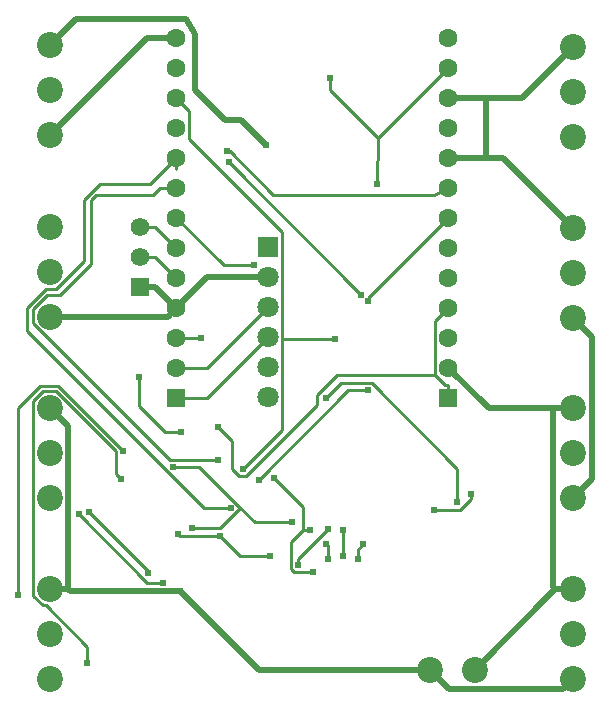
<source format=gbl>
G04 Layer: BottomLayer*
G04 EasyEDA v6.5.38, 2023-11-28 08:19:45*
G04 5b7e501a1e2443daa6a4fc3441366d2c,52c161dc85b4440087471843f8ea1cfe,10*
G04 Gerber Generator version 0.2*
G04 Scale: 100 percent, Rotated: No, Reflected: No *
G04 Dimensions in millimeters *
G04 leading zeros omitted , absolute positions ,4 integer and 5 decimal *
%FSLAX45Y45*%
%MOMM*%

%AMMACRO1*21,1,$1,$2,0,0,$3*%
%ADD10C,0.5000*%
%ADD11C,0.2540*%
%ADD12MACRO1,1.6X1.6X90.0000*%
%ADD13C,1.6000*%
%ADD14C,1.5748*%
%ADD15R,1.5748X1.5748*%
%ADD16C,2.2000*%
%ADD17C,1.8000*%
%ADD18R,1.8000X1.8000*%
%ADD19C,0.6100*%
%ADD20C,0.6200*%
%ADD21C,0.0183*%

%LPD*%
D10*
X8331733Y9109326D02*
G01*
X8996070Y8444989D01*
X10444479Y8444989D01*
X7380376Y9125988D02*
G01*
X7397038Y9109326D01*
X8331733Y9109326D01*
X7229983Y9125988D02*
G01*
X7380376Y9125988D01*
X7229983Y10660987D02*
G01*
X7380376Y10510593D01*
X7380376Y9125988D01*
X11654967Y8363988D02*
G01*
X11571731Y8280753D01*
X10608716Y8280753D01*
X10444479Y8444989D01*
X11654993Y11423977D02*
G01*
X11815648Y11263322D01*
X11815648Y10054663D01*
X11654967Y9893983D01*
D11*
X9094038Y9406430D02*
G01*
X8840215Y9406430D01*
X8668156Y9578489D01*
X8311565Y9593323D02*
G01*
X8326399Y9578489D01*
X8668156Y9578489D01*
X10679049Y9862233D02*
G01*
X10679049Y10145417D01*
X9955834Y10868632D01*
X9694367Y10868632D01*
X9568205Y10742470D01*
X8842120Y9810595D02*
G01*
X8493455Y10159260D01*
X8268131Y10159260D01*
X9278264Y9690529D02*
G01*
X8962186Y9690529D01*
X8842120Y9810595D01*
X8842120Y9810595D02*
G01*
X8672525Y9640999D01*
X8432418Y9640999D01*
X9193072Y11240411D02*
G01*
X9193072Y10475541D01*
X8861933Y10144401D01*
X9644405Y11240411D02*
G01*
X9193072Y11240411D01*
X8299983Y13285975D02*
G01*
X8408060Y13177898D01*
X8408060Y12933093D01*
X9193072Y12148080D01*
X9193072Y11240411D01*
X8299983Y12269975D02*
G01*
X8700668Y11869290D01*
X8956903Y11869290D01*
X9922052Y11568681D02*
G01*
X9922052Y11592049D01*
X10599978Y12269975D01*
X9922052Y10810034D02*
G01*
X9755174Y10810034D01*
X8997492Y10052352D01*
X9372930Y9628959D02*
G01*
X9372930Y9822025D01*
X9124492Y10070462D01*
X9453499Y9269803D02*
G01*
X9297212Y9269803D01*
X9267875Y9299140D01*
X9267875Y9523905D01*
X9372930Y9628959D01*
X9429343Y9628959D02*
G01*
X9372930Y9628959D01*
X8742425Y12741043D02*
G01*
X9863480Y11619989D01*
X10490555Y10936348D02*
G01*
X9658959Y10936348D01*
X9491345Y10768733D01*
X9491345Y10684329D01*
X8887840Y10080825D01*
X8833180Y10080825D01*
X8770569Y10143436D01*
X8770569Y10381028D01*
X8649487Y10502110D01*
X10490555Y10936348D02*
G01*
X10573004Y10853900D01*
X10599978Y10853900D01*
X10599978Y11507975D02*
G01*
X10490555Y11398552D01*
X10490555Y10936348D01*
X10599978Y10745975D02*
G01*
X10599978Y10853900D01*
D10*
X11491544Y10655983D02*
G01*
X10943970Y10655983D01*
X10599978Y10999975D01*
X11654967Y10655983D02*
G01*
X11491544Y10655983D01*
X11491544Y10655983D02*
G01*
X11491544Y9140924D01*
X11506479Y9125988D01*
X11506479Y9125988D02*
G01*
X11654967Y9125988D01*
X10825479Y8444989D02*
G01*
X11506479Y9125988D01*
X10922101Y13285975D02*
G01*
X10599978Y13285975D01*
X11654967Y13715972D02*
G01*
X11224971Y13285975D01*
X10922101Y13285975D01*
X10922101Y12777975D02*
G01*
X10599978Y12777975D01*
X11654993Y12185977D02*
G01*
X11062995Y12777975D01*
X10922101Y12777975D01*
X9074988Y11765988D02*
G01*
X8557996Y11765988D01*
X8299983Y11507975D01*
D11*
X8299983Y11253975D02*
G01*
X8512581Y11253975D01*
X9880701Y9504042D02*
G01*
X9834499Y9457839D01*
X9834499Y9384027D01*
X9584512Y9637265D02*
G01*
X9326499Y9379252D01*
X9326499Y9333659D01*
X8188096Y9180192D02*
G01*
X8054949Y9180192D01*
X7475042Y9760099D01*
X6959981Y9078998D02*
G01*
X6959981Y10662561D01*
X7146340Y10848921D01*
X7295057Y10848921D01*
X7848752Y10295227D01*
X7544561Y8501148D02*
G01*
X7544561Y8638283D01*
X7194956Y8987889D01*
X7170064Y8987889D01*
X7090130Y9067822D01*
X7090130Y10721413D01*
X7170115Y10801398D01*
X7284897Y10801398D01*
X7789722Y10296573D01*
X7789722Y10103533D01*
X7832496Y10060759D01*
X9074988Y11257988D02*
G01*
X8562975Y10745975D01*
X8299983Y10745975D01*
X9074988Y11511988D02*
G01*
X8562975Y10999975D01*
X8299983Y10999975D01*
X9569704Y9510189D02*
G01*
X9580499Y9499394D01*
X9580499Y9382249D01*
X7563713Y9777981D02*
G01*
X8060639Y9281055D01*
X8060639Y9259567D01*
X9709988Y9628273D02*
G01*
X9709988Y9409122D01*
X9707499Y9406633D01*
X10791393Y9927562D02*
G01*
X10791393Y9886160D01*
X10702467Y9797234D01*
X10483722Y9797234D01*
D10*
X10922101Y13285975D02*
G01*
X10922101Y12777975D01*
D11*
X10599986Y13539972D02*
G01*
X10004981Y12944972D01*
X10002525Y12557582D01*
X10599927Y12523978D02*
G01*
X10484980Y12464973D01*
X9119870Y12465050D01*
X8749791Y12834874D01*
X8725915Y12834874D01*
X9599980Y13450874D02*
G01*
X9599980Y13349973D01*
X10004981Y12944972D01*
D10*
X7229983Y12968983D02*
G01*
X8054975Y13793975D01*
X8299983Y13793975D01*
X7230107Y13731242D02*
G01*
X7448798Y13949934D01*
X8384989Y13949969D01*
X8457184Y13822679D01*
X8457184Y13352779D01*
X8714991Y13094970D01*
X8849969Y13094970D01*
X9059976Y12884962D01*
D11*
X8299983Y12777975D02*
G01*
X8299983Y12685214D01*
X8655735Y10221059D02*
G01*
X8243900Y10221059D01*
X7086371Y11378587D01*
X7086371Y11496926D01*
X7207890Y11618445D01*
X7313455Y11618445D01*
X7574986Y11879976D01*
X7574986Y12419975D01*
X7619984Y12464973D01*
X8099983Y12464973D01*
X8158988Y12523978D01*
X8299983Y12523978D01*
X8758250Y9810315D02*
G01*
X8534247Y9810315D01*
X7033691Y11310871D01*
X7033691Y11506934D01*
X7192035Y11665277D01*
X7280046Y11665277D01*
X7514986Y11900217D01*
X7514986Y12419977D01*
X7649984Y12554976D01*
X8076981Y12554976D01*
X8299983Y12777978D01*
X8299983Y12015980D02*
G01*
X8121982Y12193981D01*
X7994980Y12193981D01*
X8299983Y11761980D02*
G01*
X8121982Y11939981D01*
X7994980Y11939981D01*
X8339983Y10454977D02*
G01*
X8204984Y10454977D01*
X7979984Y10679978D01*
X7979984Y10919978D01*
D10*
X8299983Y11507980D02*
G01*
X8121982Y11685981D01*
X7994980Y11685981D01*
X7229983Y11433985D02*
G01*
X8225993Y11433985D01*
X8299983Y11507975D01*
D12*
G01*
X10599978Y10745975D03*
D13*
G01*
X10599978Y10999978D03*
G01*
X10599978Y11253978D03*
G01*
X10599978Y11507978D03*
G01*
X10599978Y11761978D03*
G01*
X10599978Y12015978D03*
G01*
X10599978Y12269978D03*
G01*
X10599978Y12523978D03*
G01*
X10599978Y12777978D03*
G01*
X10599978Y13031978D03*
G01*
X10599978Y13285978D03*
G01*
X10599978Y13539978D03*
G01*
X10599978Y13793978D03*
D12*
G01*
X8299983Y10745975D03*
D13*
G01*
X8299983Y10999978D03*
G01*
X8299983Y11253978D03*
G01*
X8299983Y11507978D03*
G01*
X8299983Y11761978D03*
G01*
X8299983Y12015978D03*
G01*
X8299983Y12269978D03*
G01*
X8299983Y12523978D03*
G01*
X8299983Y12777978D03*
G01*
X8299983Y13031978D03*
G01*
X8299983Y13285978D03*
G01*
X8299983Y13539978D03*
G01*
X8299983Y13793978D03*
D14*
G01*
X7994980Y12193981D03*
G01*
X7994980Y11939981D03*
D15*
G01*
X7994980Y11685981D03*
D16*
G01*
X7229983Y13730960D03*
G01*
X7229983Y13349960D03*
G01*
X7229983Y12968960D03*
G01*
X7229983Y12195962D03*
G01*
X7229983Y11814962D03*
G01*
X7229983Y11433962D03*
G01*
X7229983Y10660964D03*
G01*
X7229983Y10279964D03*
G01*
X7229983Y9898964D03*
G01*
X7229983Y9125991D03*
G01*
X7229983Y8744991D03*
G01*
X7229983Y8363991D03*
G01*
X11654967Y8363991D03*
G01*
X11654967Y8744991D03*
G01*
X11654967Y9125991D03*
G01*
X11654967Y9893985D03*
G01*
X11654967Y10274985D03*
G01*
X11654967Y10655985D03*
G01*
X11654993Y11423980D03*
G01*
X11654993Y11804980D03*
G01*
X11654993Y12185980D03*
G01*
X11654967Y12953974D03*
G01*
X11654967Y13334974D03*
G01*
X11654967Y13715974D03*
G01*
X10444479Y8444992D03*
G01*
X10825479Y8444992D03*
D17*
G01*
X9074988Y10749991D03*
G01*
X9074988Y11003991D03*
G01*
X9074988Y11257991D03*
G01*
X9074988Y11511991D03*
G01*
X9074988Y11765991D03*
D18*
G01*
X9074988Y12019965D03*
D19*
G01*
X8331733Y9109329D03*
G01*
X9094038Y9406432D03*
G01*
X8311565Y9593326D03*
G01*
X8668156Y9578492D03*
G01*
X10679049Y9862235D03*
G01*
X9568205Y10742472D03*
G01*
X8432418Y9641001D03*
G01*
X8268131Y10159263D03*
G01*
X9278264Y9690531D03*
G01*
X8861933Y10144404D03*
G01*
X9644405Y11240414D03*
G01*
X8956903Y11869293D03*
G01*
X9922052Y11568684D03*
G01*
X9922052Y10810036D03*
G01*
X8997492Y10052354D03*
G01*
X9124492Y10070464D03*
G01*
X9453499Y9269806D03*
G01*
X9429343Y9628962D03*
G01*
X8742425Y12741046D03*
G01*
X9863480Y11619992D03*
G01*
X8649487Y10502112D03*
G01*
X8725966Y12834975D03*
G01*
X8512581Y11253978D03*
G01*
X9880701Y9504045D03*
G01*
X9834499Y9384029D03*
G01*
X9326499Y9333661D03*
G01*
X9584512Y9637268D03*
G01*
X7475042Y9760102D03*
G01*
X8188096Y9180195D03*
G01*
X6959981Y9079001D03*
G01*
X7848752Y10295229D03*
G01*
X7544561Y8501151D03*
G01*
X7832496Y10060762D03*
G01*
X9580499Y9382252D03*
G01*
X9569704Y9510191D03*
G01*
X7563713Y9777984D03*
G01*
X8060639Y9259570D03*
G01*
X8655735Y10221061D03*
G01*
X9709988Y9628276D03*
G01*
X9707499Y9406636D03*
G01*
X8758250Y9810318D03*
G01*
X10791393Y9927564D03*
G01*
X10483722Y9797237D03*
D20*
G01*
X9059976Y12884962D03*
G01*
X10002520Y12557582D03*
G01*
X9599980Y13450874D03*
G01*
X8339988Y10454970D03*
G01*
X7979994Y10919968D03*
M02*

</source>
